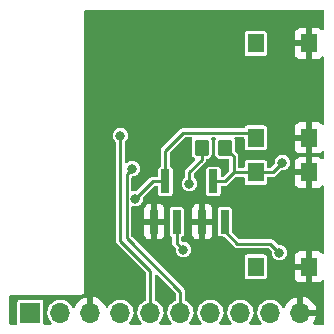
<source format=gbl>
G04 #@! TF.GenerationSoftware,KiCad,Pcbnew,6.0.2+dfsg-1*
G04 #@! TF.CreationDate,2023-09-07T15:13:02+02:00*
G04 #@! TF.ProjectId,flipper_esp32,666c6970-7065-4725-9f65-737033322e6b,rev?*
G04 #@! TF.SameCoordinates,Original*
G04 #@! TF.FileFunction,Copper,L2,Bot*
G04 #@! TF.FilePolarity,Positive*
%FSLAX46Y46*%
G04 Gerber Fmt 4.6, Leading zero omitted, Abs format (unit mm)*
G04 Created by KiCad (PCBNEW 6.0.2+dfsg-1) date 2023-09-07 15:13:02*
%MOMM*%
%LPD*%
G01*
G04 APERTURE LIST*
G04 Aperture macros list*
%AMRoundRect*
0 Rectangle with rounded corners*
0 $1 Rounding radius*
0 $2 $3 $4 $5 $6 $7 $8 $9 X,Y pos of 4 corners*
0 Add a 4 corners polygon primitive as box body*
4,1,4,$2,$3,$4,$5,$6,$7,$8,$9,$2,$3,0*
0 Add four circle primitives for the rounded corners*
1,1,$1+$1,$2,$3*
1,1,$1+$1,$4,$5*
1,1,$1+$1,$6,$7*
1,1,$1+$1,$8,$9*
0 Add four rect primitives between the rounded corners*
20,1,$1+$1,$2,$3,$4,$5,0*
20,1,$1+$1,$4,$5,$6,$7,0*
20,1,$1+$1,$6,$7,$8,$9,0*
20,1,$1+$1,$8,$9,$2,$3,0*%
G04 Aperture macros list end*
G04 #@! TA.AperFunction,SMDPad,CuDef*
%ADD10R,1.400000X1.600000*%
G04 #@! TD*
G04 #@! TA.AperFunction,SMDPad,CuDef*
%ADD11RoundRect,0.250000X0.350000X0.450000X-0.350000X0.450000X-0.350000X-0.450000X0.350000X-0.450000X0*%
G04 #@! TD*
G04 #@! TA.AperFunction,SMDPad,CuDef*
%ADD12R,0.700000X2.000000*%
G04 #@! TD*
G04 #@! TA.AperFunction,ComponentPad*
%ADD13R,1.700000X1.700000*%
G04 #@! TD*
G04 #@! TA.AperFunction,ComponentPad*
%ADD14O,1.700000X1.700000*%
G04 #@! TD*
G04 #@! TA.AperFunction,ViaPad*
%ADD15C,0.800000*%
G04 #@! TD*
G04 #@! TA.AperFunction,Conductor*
%ADD16C,0.250000*%
G04 #@! TD*
G04 APERTURE END LIST*
D10*
X149824000Y-113474000D03*
X149824000Y-105474000D03*
X145324000Y-113474000D03*
X145324000Y-105474000D03*
X149824000Y-124396000D03*
X149824000Y-116396000D03*
X145324000Y-124396000D03*
X145324000Y-116396000D03*
D11*
X140732000Y-114300000D03*
X142732000Y-114300000D03*
D12*
X141732000Y-117172000D03*
X140782000Y-120572000D03*
X142682000Y-120572000D03*
X138618000Y-120572000D03*
X136718000Y-120572000D03*
X137668000Y-117172000D03*
D13*
X126238000Y-128270000D03*
D14*
X128778000Y-128270000D03*
X131318000Y-128270000D03*
X133858000Y-128270000D03*
X136398000Y-128270000D03*
X138938000Y-128270000D03*
X141478000Y-128270000D03*
X144018000Y-128270000D03*
X146558000Y-128270000D03*
X149098000Y-128270000D03*
D15*
X150530000Y-103566000D03*
X138259500Y-106171574D03*
X137398157Y-109914001D03*
X139949057Y-109914000D03*
X142513516Y-109956190D03*
X143421032Y-112050500D03*
X145929661Y-111819500D03*
X146594500Y-110176313D03*
X146594500Y-107607487D03*
X144765458Y-107128500D03*
X143088755Y-105872885D03*
X140526789Y-105870722D03*
X136111559Y-113635131D03*
X136133106Y-110711374D03*
X136115016Y-116266710D03*
X140565321Y-118446308D03*
X138941028Y-118353546D03*
X131542467Y-106114823D03*
X131410000Y-108657055D03*
X131962529Y-118914001D03*
X132878500Y-116892661D03*
X131973525Y-114546604D03*
X131862500Y-111870443D03*
X133066082Y-109642696D03*
X134987248Y-107721530D03*
X134176789Y-105870722D03*
X143524801Y-117702421D03*
X144045048Y-119167500D03*
X146893519Y-119171632D03*
X147772288Y-117190598D03*
X150009053Y-119912162D03*
X150530000Y-122488000D03*
X136716789Y-122870722D03*
X131636156Y-125627845D03*
X131439374Y-123088894D03*
X146633220Y-125802276D03*
X145333358Y-127077435D03*
X149056348Y-126303598D03*
X148028216Y-124251761D03*
X142753107Y-126564444D03*
X140457620Y-126762839D03*
X137941819Y-126881041D03*
X135418500Y-126869303D03*
X139700000Y-117348000D03*
X134874000Y-116078000D03*
X133858000Y-113284000D03*
X147574000Y-115570000D03*
X135128000Y-118618000D03*
X139192000Y-122936000D03*
X147320000Y-123190000D03*
D16*
X139700000Y-116364000D02*
X139700000Y-117348000D01*
X140732000Y-115332000D02*
X139700000Y-116364000D01*
X140732000Y-114300000D02*
X140732000Y-115332000D01*
X134403489Y-121957489D02*
X138938000Y-126492000D01*
X134874000Y-116078000D02*
X134403489Y-116548511D01*
X134403489Y-116548511D02*
X134403489Y-121957489D01*
X138938000Y-126492000D02*
X138938000Y-128270000D01*
X133858000Y-113284000D02*
X133858000Y-122174000D01*
X133858000Y-122174000D02*
X136398000Y-124714000D01*
X136398000Y-124714000D02*
X136398000Y-128270000D01*
X146748000Y-116396000D02*
X147574000Y-115570000D01*
X145324000Y-116396000D02*
X146748000Y-116396000D01*
X142732000Y-114300000D02*
X143446000Y-115014000D01*
X143446000Y-115014000D02*
X143446000Y-116396000D01*
X141732000Y-117172000D02*
X142670000Y-117172000D01*
X142670000Y-117172000D02*
X143446000Y-116396000D01*
X143446000Y-116396000D02*
X145324000Y-116396000D01*
X145324000Y-113474000D02*
X144880000Y-113030000D01*
X139192000Y-113030000D02*
X137668000Y-114554000D01*
X144880000Y-113030000D02*
X139192000Y-113030000D01*
X137668000Y-114554000D02*
X137668000Y-117172000D01*
X135128000Y-118618000D02*
X136574000Y-117172000D01*
X136574000Y-117172000D02*
X137668000Y-117172000D01*
X139192000Y-122936000D02*
X138618000Y-122362000D01*
X138618000Y-122362000D02*
X138618000Y-120572000D01*
X146558000Y-122428000D02*
X143764000Y-122428000D01*
X147320000Y-123190000D02*
X146558000Y-122428000D01*
X143764000Y-122428000D02*
X142682000Y-121346000D01*
X142682000Y-121346000D02*
X142682000Y-120572000D01*
G04 #@! TA.AperFunction,Conductor*
G36*
X151072121Y-102636002D02*
G01*
X151118614Y-102689658D01*
X151130000Y-102742000D01*
X151130000Y-104257240D01*
X151109998Y-104325361D01*
X151056342Y-104371854D01*
X150986068Y-104381958D01*
X150921488Y-104352464D01*
X150903174Y-104332805D01*
X150892285Y-104318276D01*
X150879724Y-104305715D01*
X150777649Y-104229214D01*
X150762054Y-104220676D01*
X150641606Y-104175522D01*
X150626351Y-104171895D01*
X150575486Y-104166369D01*
X150568672Y-104166000D01*
X150096115Y-104166000D01*
X150080876Y-104170475D01*
X150079671Y-104171865D01*
X150078000Y-104179548D01*
X150078000Y-106763884D01*
X150082475Y-106779123D01*
X150083865Y-106780328D01*
X150091548Y-106781999D01*
X150568669Y-106781999D01*
X150575490Y-106781629D01*
X150626352Y-106776105D01*
X150641604Y-106772479D01*
X150762054Y-106727324D01*
X150777649Y-106718786D01*
X150879724Y-106642285D01*
X150892285Y-106629724D01*
X150903174Y-106615195D01*
X150960033Y-106572680D01*
X151030852Y-106567654D01*
X151093145Y-106601714D01*
X151127135Y-106664045D01*
X151130000Y-106690760D01*
X151130000Y-112257240D01*
X151109998Y-112325361D01*
X151056342Y-112371854D01*
X150986068Y-112381958D01*
X150921488Y-112352464D01*
X150903174Y-112332805D01*
X150892285Y-112318276D01*
X150879724Y-112305715D01*
X150777649Y-112229214D01*
X150762054Y-112220676D01*
X150641606Y-112175522D01*
X150626351Y-112171895D01*
X150575486Y-112166369D01*
X150568672Y-112166000D01*
X150096115Y-112166000D01*
X150080876Y-112170475D01*
X150079671Y-112171865D01*
X150078000Y-112179548D01*
X150078000Y-114763884D01*
X150082475Y-114779123D01*
X150083865Y-114780328D01*
X150091548Y-114781999D01*
X150568669Y-114781999D01*
X150575490Y-114781629D01*
X150626352Y-114776105D01*
X150641604Y-114772479D01*
X150762054Y-114727324D01*
X150777649Y-114718786D01*
X150879724Y-114642285D01*
X150892285Y-114629724D01*
X150903174Y-114615195D01*
X150960033Y-114572680D01*
X151030852Y-114567654D01*
X151093145Y-114601714D01*
X151127135Y-114664045D01*
X151130000Y-114690760D01*
X151130000Y-115179240D01*
X151109998Y-115247361D01*
X151056342Y-115293854D01*
X150986068Y-115303958D01*
X150921488Y-115274464D01*
X150903174Y-115254805D01*
X150892285Y-115240276D01*
X150879724Y-115227715D01*
X150777649Y-115151214D01*
X150762054Y-115142676D01*
X150641606Y-115097522D01*
X150626351Y-115093895D01*
X150575486Y-115088369D01*
X150568672Y-115088000D01*
X150096115Y-115088000D01*
X150080876Y-115092475D01*
X150079671Y-115093865D01*
X150078000Y-115101548D01*
X150078000Y-117685884D01*
X150082475Y-117701123D01*
X150083865Y-117702328D01*
X150091548Y-117703999D01*
X150568669Y-117703999D01*
X150575490Y-117703629D01*
X150626352Y-117698105D01*
X150641604Y-117694479D01*
X150762054Y-117649324D01*
X150777649Y-117640786D01*
X150879724Y-117564285D01*
X150892285Y-117551724D01*
X150903174Y-117537195D01*
X150960033Y-117494680D01*
X151030852Y-117489654D01*
X151093145Y-117523714D01*
X151127135Y-117586045D01*
X151130000Y-117612760D01*
X151130000Y-123179240D01*
X151109998Y-123247361D01*
X151056342Y-123293854D01*
X150986068Y-123303958D01*
X150921488Y-123274464D01*
X150903174Y-123254805D01*
X150892285Y-123240276D01*
X150879724Y-123227715D01*
X150777649Y-123151214D01*
X150762054Y-123142676D01*
X150641606Y-123097522D01*
X150626351Y-123093895D01*
X150575486Y-123088369D01*
X150568672Y-123088000D01*
X150096115Y-123088000D01*
X150080876Y-123092475D01*
X150079671Y-123093865D01*
X150078000Y-123101548D01*
X150078000Y-125685884D01*
X150082475Y-125701123D01*
X150083865Y-125702328D01*
X150091548Y-125703999D01*
X150568669Y-125703999D01*
X150575490Y-125703629D01*
X150626352Y-125698105D01*
X150641604Y-125694479D01*
X150762054Y-125649324D01*
X150777649Y-125640786D01*
X150879724Y-125564285D01*
X150892285Y-125551724D01*
X150903174Y-125537195D01*
X150960033Y-125494680D01*
X151030852Y-125489654D01*
X151093145Y-125523714D01*
X151127135Y-125586045D01*
X151130000Y-125612760D01*
X151130000Y-129160000D01*
X151109998Y-129228121D01*
X151056342Y-129274614D01*
X151004000Y-129286000D01*
X150285956Y-129286000D01*
X150217835Y-129265998D01*
X150171342Y-129212342D01*
X150161238Y-129142068D01*
X150183633Y-129086474D01*
X150263009Y-128976011D01*
X150268313Y-128967183D01*
X150362670Y-128776267D01*
X150366469Y-128766672D01*
X150428377Y-128562910D01*
X150430555Y-128552837D01*
X150431986Y-128541962D01*
X150429775Y-128527778D01*
X150416617Y-128524000D01*
X148970000Y-128524000D01*
X148901879Y-128503998D01*
X148855386Y-128450342D01*
X148844000Y-128398000D01*
X148844000Y-127997885D01*
X149352000Y-127997885D01*
X149356475Y-128013124D01*
X149357865Y-128014329D01*
X149365548Y-128016000D01*
X150416344Y-128016000D01*
X150429875Y-128012027D01*
X150431180Y-128002947D01*
X150389214Y-127835875D01*
X150385894Y-127826124D01*
X150300972Y-127630814D01*
X150296105Y-127621739D01*
X150180426Y-127442926D01*
X150174136Y-127434757D01*
X150030806Y-127277240D01*
X150023273Y-127270215D01*
X149856139Y-127138222D01*
X149847552Y-127132517D01*
X149661117Y-127029599D01*
X149651705Y-127025369D01*
X149450959Y-126954280D01*
X149440988Y-126951646D01*
X149369837Y-126938972D01*
X149356540Y-126940432D01*
X149352000Y-126954989D01*
X149352000Y-127997885D01*
X148844000Y-127997885D01*
X148844000Y-126953102D01*
X148840082Y-126939758D01*
X148825806Y-126937771D01*
X148787324Y-126943660D01*
X148777288Y-126946051D01*
X148574868Y-127012212D01*
X148565359Y-127016209D01*
X148376463Y-127114542D01*
X148367738Y-127120036D01*
X148197433Y-127247905D01*
X148189726Y-127254748D01*
X148042590Y-127408717D01*
X148036104Y-127416727D01*
X147916098Y-127592649D01*
X147911000Y-127601623D01*
X147821338Y-127794783D01*
X147817777Y-127804464D01*
X147813291Y-127820640D01*
X147775813Y-127880939D01*
X147711684Y-127911403D01*
X147641266Y-127902360D01*
X147586915Y-127856682D01*
X147578867Y-127842698D01*
X147506331Y-127695609D01*
X147503776Y-127690428D01*
X147382320Y-127527779D01*
X147233258Y-127389987D01*
X147228375Y-127386906D01*
X147228371Y-127386903D01*
X147066464Y-127284748D01*
X147061581Y-127281667D01*
X146873039Y-127206446D01*
X146867379Y-127205320D01*
X146867375Y-127205319D01*
X146679613Y-127167971D01*
X146679610Y-127167971D01*
X146673946Y-127166844D01*
X146668171Y-127166768D01*
X146668167Y-127166768D01*
X146566793Y-127165441D01*
X146470971Y-127164187D01*
X146465274Y-127165166D01*
X146465273Y-127165166D01*
X146377397Y-127180266D01*
X146270910Y-127198564D01*
X146080463Y-127268824D01*
X145906010Y-127372612D01*
X145901670Y-127376418D01*
X145901666Y-127376421D01*
X145757733Y-127502648D01*
X145753392Y-127506455D01*
X145627720Y-127665869D01*
X145625031Y-127670980D01*
X145625029Y-127670983D01*
X145612073Y-127695609D01*
X145533203Y-127845515D01*
X145473007Y-128039378D01*
X145449148Y-128240964D01*
X145462424Y-128443522D01*
X145463845Y-128449118D01*
X145463846Y-128449123D01*
X145484119Y-128528945D01*
X145512392Y-128640269D01*
X145514809Y-128645512D01*
X145552010Y-128726208D01*
X145597377Y-128824616D01*
X145600710Y-128829332D01*
X145704372Y-128976011D01*
X145714533Y-128990389D01*
X145718675Y-128994424D01*
X145795996Y-129069746D01*
X145830834Y-129131607D01*
X145826697Y-129202483D01*
X145784898Y-129259871D01*
X145718709Y-129285550D01*
X145708075Y-129286000D01*
X144872357Y-129286000D01*
X144804236Y-129265998D01*
X144757743Y-129212342D01*
X144747639Y-129142068D01*
X144777133Y-129077488D01*
X144791788Y-129063126D01*
X144797908Y-129058036D01*
X144797913Y-129058031D01*
X144802345Y-129054345D01*
X144932147Y-128898276D01*
X145031334Y-128721165D01*
X145033190Y-128715698D01*
X145033192Y-128715693D01*
X145094728Y-128534414D01*
X145094729Y-128534409D01*
X145096584Y-128528945D01*
X145097412Y-128523236D01*
X145097413Y-128523231D01*
X145125179Y-128331727D01*
X145125712Y-128328053D01*
X145127232Y-128270000D01*
X145108658Y-128067859D01*
X145107090Y-128062299D01*
X145055125Y-127878046D01*
X145055124Y-127878044D01*
X145053557Y-127872487D01*
X145042978Y-127851033D01*
X144966331Y-127695609D01*
X144963776Y-127690428D01*
X144842320Y-127527779D01*
X144693258Y-127389987D01*
X144688375Y-127386906D01*
X144688371Y-127386903D01*
X144526464Y-127284748D01*
X144521581Y-127281667D01*
X144333039Y-127206446D01*
X144327379Y-127205320D01*
X144327375Y-127205319D01*
X144139613Y-127167971D01*
X144139610Y-127167971D01*
X144133946Y-127166844D01*
X144128171Y-127166768D01*
X144128167Y-127166768D01*
X144026793Y-127165441D01*
X143930971Y-127164187D01*
X143925274Y-127165166D01*
X143925273Y-127165166D01*
X143837397Y-127180266D01*
X143730910Y-127198564D01*
X143540463Y-127268824D01*
X143366010Y-127372612D01*
X143361670Y-127376418D01*
X143361666Y-127376421D01*
X143217733Y-127502648D01*
X143213392Y-127506455D01*
X143087720Y-127665869D01*
X143085031Y-127670980D01*
X143085029Y-127670983D01*
X143072073Y-127695609D01*
X142993203Y-127845515D01*
X142933007Y-128039378D01*
X142909148Y-128240964D01*
X142922424Y-128443522D01*
X142923845Y-128449118D01*
X142923846Y-128449123D01*
X142944119Y-128528945D01*
X142972392Y-128640269D01*
X142974809Y-128645512D01*
X143012010Y-128726208D01*
X143057377Y-128824616D01*
X143060710Y-128829332D01*
X143164372Y-128976011D01*
X143174533Y-128990389D01*
X143178675Y-128994424D01*
X143255996Y-129069746D01*
X143290834Y-129131607D01*
X143286697Y-129202483D01*
X143244898Y-129259871D01*
X143178709Y-129285550D01*
X143168075Y-129286000D01*
X142332357Y-129286000D01*
X142264236Y-129265998D01*
X142217743Y-129212342D01*
X142207639Y-129142068D01*
X142237133Y-129077488D01*
X142251788Y-129063126D01*
X142257908Y-129058036D01*
X142257913Y-129058031D01*
X142262345Y-129054345D01*
X142392147Y-128898276D01*
X142491334Y-128721165D01*
X142493190Y-128715698D01*
X142493192Y-128715693D01*
X142554728Y-128534414D01*
X142554729Y-128534409D01*
X142556584Y-128528945D01*
X142557412Y-128523236D01*
X142557413Y-128523231D01*
X142585179Y-128331727D01*
X142585712Y-128328053D01*
X142587232Y-128270000D01*
X142568658Y-128067859D01*
X142567090Y-128062299D01*
X142515125Y-127878046D01*
X142515124Y-127878044D01*
X142513557Y-127872487D01*
X142502978Y-127851033D01*
X142426331Y-127695609D01*
X142423776Y-127690428D01*
X142302320Y-127527779D01*
X142153258Y-127389987D01*
X142148375Y-127386906D01*
X142148371Y-127386903D01*
X141986464Y-127284748D01*
X141981581Y-127281667D01*
X141793039Y-127206446D01*
X141787379Y-127205320D01*
X141787375Y-127205319D01*
X141599613Y-127167971D01*
X141599610Y-127167971D01*
X141593946Y-127166844D01*
X141588171Y-127166768D01*
X141588167Y-127166768D01*
X141486793Y-127165441D01*
X141390971Y-127164187D01*
X141385274Y-127165166D01*
X141385273Y-127165166D01*
X141297397Y-127180266D01*
X141190910Y-127198564D01*
X141000463Y-127268824D01*
X140826010Y-127372612D01*
X140821670Y-127376418D01*
X140821666Y-127376421D01*
X140677733Y-127502648D01*
X140673392Y-127506455D01*
X140547720Y-127665869D01*
X140545031Y-127670980D01*
X140545029Y-127670983D01*
X140532073Y-127695609D01*
X140453203Y-127845515D01*
X140393007Y-128039378D01*
X140369148Y-128240964D01*
X140382424Y-128443522D01*
X140383845Y-128449118D01*
X140383846Y-128449123D01*
X140404119Y-128528945D01*
X140432392Y-128640269D01*
X140434809Y-128645512D01*
X140472010Y-128726208D01*
X140517377Y-128824616D01*
X140520710Y-128829332D01*
X140624372Y-128976011D01*
X140634533Y-128990389D01*
X140638675Y-128994424D01*
X140715996Y-129069746D01*
X140750834Y-129131607D01*
X140746697Y-129202483D01*
X140704898Y-129259871D01*
X140638709Y-129285550D01*
X140628075Y-129286000D01*
X139792357Y-129286000D01*
X139724236Y-129265998D01*
X139677743Y-129212342D01*
X139667639Y-129142068D01*
X139697133Y-129077488D01*
X139711788Y-129063126D01*
X139717908Y-129058036D01*
X139717913Y-129058031D01*
X139722345Y-129054345D01*
X139852147Y-128898276D01*
X139951334Y-128721165D01*
X139953190Y-128715698D01*
X139953192Y-128715693D01*
X140014728Y-128534414D01*
X140014729Y-128534409D01*
X140016584Y-128528945D01*
X140017412Y-128523236D01*
X140017413Y-128523231D01*
X140045179Y-128331727D01*
X140045712Y-128328053D01*
X140047232Y-128270000D01*
X140028658Y-128067859D01*
X140027090Y-128062299D01*
X139975125Y-127878046D01*
X139975124Y-127878044D01*
X139973557Y-127872487D01*
X139962978Y-127851033D01*
X139886331Y-127695609D01*
X139883776Y-127690428D01*
X139762320Y-127527779D01*
X139613258Y-127389987D01*
X139608375Y-127386906D01*
X139608371Y-127386903D01*
X139446464Y-127284748D01*
X139441581Y-127281667D01*
X139396810Y-127263805D01*
X139340951Y-127219985D01*
X139317500Y-127146775D01*
X139317500Y-126545920D01*
X139320049Y-126521972D01*
X139320128Y-126520307D01*
X139322320Y-126510124D01*
X139318373Y-126476777D01*
X139318023Y-126470846D01*
X139317928Y-126470854D01*
X139317500Y-126465676D01*
X139317500Y-126460476D01*
X139316518Y-126454575D01*
X139314331Y-126441435D01*
X139313494Y-126435557D01*
X139308694Y-126394999D01*
X139308694Y-126394998D01*
X139307470Y-126384659D01*
X139303507Y-126376407D01*
X139302004Y-126367374D01*
X139277665Y-126322266D01*
X139274969Y-126316975D01*
X139256215Y-126277918D01*
X139256212Y-126277914D01*
X139252781Y-126270768D01*
X139249186Y-126266492D01*
X139247263Y-126264569D01*
X139245491Y-126262637D01*
X139245448Y-126262558D01*
X139245572Y-126262445D01*
X139245096Y-126261905D01*
X139242010Y-126256186D01*
X139202413Y-126219583D01*
X139198848Y-126216154D01*
X134819894Y-121837200D01*
X134785868Y-121774888D01*
X134782989Y-121748105D01*
X134782989Y-121616669D01*
X135860001Y-121616669D01*
X135860371Y-121623490D01*
X135865895Y-121674352D01*
X135869521Y-121689604D01*
X135914676Y-121810054D01*
X135923214Y-121825649D01*
X135999715Y-121927724D01*
X136012276Y-121940285D01*
X136114351Y-122016786D01*
X136129946Y-122025324D01*
X136250394Y-122070478D01*
X136265649Y-122074105D01*
X136316514Y-122079631D01*
X136323328Y-122080000D01*
X136445885Y-122080000D01*
X136461124Y-122075525D01*
X136462329Y-122074135D01*
X136464000Y-122066452D01*
X136464000Y-122061884D01*
X136972000Y-122061884D01*
X136976475Y-122077123D01*
X136977865Y-122078328D01*
X136985548Y-122079999D01*
X137112669Y-122079999D01*
X137119490Y-122079629D01*
X137170352Y-122074105D01*
X137185604Y-122070479D01*
X137306054Y-122025324D01*
X137321649Y-122016786D01*
X137423724Y-121940285D01*
X137436285Y-121927724D01*
X137512786Y-121825649D01*
X137521324Y-121810054D01*
X137566478Y-121689606D01*
X137570105Y-121674351D01*
X137575631Y-121623486D01*
X137576000Y-121616672D01*
X137576000Y-120844115D01*
X137571525Y-120828876D01*
X137570135Y-120827671D01*
X137562452Y-120826000D01*
X136990115Y-120826000D01*
X136974876Y-120830475D01*
X136973671Y-120831865D01*
X136972000Y-120839548D01*
X136972000Y-122061884D01*
X136464000Y-122061884D01*
X136464000Y-120844115D01*
X136459525Y-120828876D01*
X136458135Y-120827671D01*
X136450452Y-120826000D01*
X135878116Y-120826000D01*
X135862877Y-120830475D01*
X135861672Y-120831865D01*
X135860001Y-120839548D01*
X135860001Y-121616669D01*
X134782989Y-121616669D01*
X134782989Y-120299885D01*
X135860000Y-120299885D01*
X135864475Y-120315124D01*
X135865865Y-120316329D01*
X135873548Y-120318000D01*
X136445885Y-120318000D01*
X136461124Y-120313525D01*
X136462329Y-120312135D01*
X136464000Y-120304452D01*
X136464000Y-120299885D01*
X136972000Y-120299885D01*
X136976475Y-120315124D01*
X136977865Y-120316329D01*
X136985548Y-120318000D01*
X137557884Y-120318000D01*
X137573123Y-120313525D01*
X137574328Y-120312135D01*
X137575999Y-120304452D01*
X137575999Y-119546933D01*
X138013500Y-119546933D01*
X138013501Y-121597066D01*
X138028266Y-121671301D01*
X138084516Y-121755484D01*
X138165026Y-121809279D01*
X138165025Y-121809279D01*
X138168699Y-121811734D01*
X138168479Y-121812063D01*
X138215997Y-121850353D01*
X138238500Y-121922216D01*
X138238500Y-122308080D01*
X138235951Y-122332028D01*
X138235872Y-122333693D01*
X138233680Y-122343876D01*
X138234904Y-122354217D01*
X138237627Y-122377223D01*
X138237977Y-122383154D01*
X138238072Y-122383146D01*
X138238500Y-122388324D01*
X138238500Y-122393524D01*
X138239354Y-122398653D01*
X138239354Y-122398656D01*
X138241669Y-122412565D01*
X138242506Y-122418443D01*
X138246014Y-122448079D01*
X138248530Y-122469341D01*
X138252493Y-122477593D01*
X138253996Y-122486626D01*
X138258943Y-122495795D01*
X138258944Y-122495797D01*
X138278334Y-122531732D01*
X138281031Y-122537025D01*
X138299785Y-122576082D01*
X138299788Y-122576086D01*
X138303219Y-122583232D01*
X138306814Y-122587508D01*
X138308737Y-122589431D01*
X138310509Y-122591363D01*
X138310552Y-122591442D01*
X138310428Y-122591555D01*
X138310904Y-122592095D01*
X138313990Y-122597814D01*
X138321635Y-122604881D01*
X138353586Y-122634416D01*
X138357152Y-122637846D01*
X138502249Y-122782943D01*
X138536275Y-122845255D01*
X138538076Y-122888482D01*
X138532729Y-122929096D01*
X138550113Y-123086553D01*
X138552723Y-123093684D01*
X138552723Y-123093686D01*
X138589482Y-123194134D01*
X138604553Y-123235319D01*
X138608789Y-123241622D01*
X138608789Y-123241623D01*
X138684199Y-123353844D01*
X138692908Y-123366805D01*
X138698527Y-123371918D01*
X138698528Y-123371919D01*
X138743144Y-123412516D01*
X138810076Y-123473419D01*
X138949293Y-123549008D01*
X139102522Y-123589207D01*
X139186477Y-123590526D01*
X139253319Y-123591576D01*
X139253322Y-123591576D01*
X139260916Y-123591695D01*
X139351568Y-123570933D01*
X144369500Y-123570933D01*
X144369501Y-125221066D01*
X144384266Y-125295301D01*
X144440516Y-125379484D01*
X144524699Y-125435734D01*
X144598933Y-125450500D01*
X145323882Y-125450500D01*
X146049066Y-125450499D01*
X146084818Y-125443388D01*
X146111126Y-125438156D01*
X146111128Y-125438155D01*
X146123301Y-125435734D01*
X146133621Y-125428839D01*
X146133622Y-125428838D01*
X146197168Y-125386377D01*
X146207484Y-125379484D01*
X146263734Y-125295301D01*
X146274601Y-125240669D01*
X148616001Y-125240669D01*
X148616371Y-125247490D01*
X148621895Y-125298352D01*
X148625521Y-125313604D01*
X148670676Y-125434054D01*
X148679214Y-125449649D01*
X148755715Y-125551724D01*
X148768276Y-125564285D01*
X148870351Y-125640786D01*
X148885946Y-125649324D01*
X149006394Y-125694478D01*
X149021649Y-125698105D01*
X149072514Y-125703631D01*
X149079328Y-125704000D01*
X149551885Y-125704000D01*
X149567124Y-125699525D01*
X149568329Y-125698135D01*
X149570000Y-125690452D01*
X149570000Y-124668115D01*
X149565525Y-124652876D01*
X149564135Y-124651671D01*
X149556452Y-124650000D01*
X148634116Y-124650000D01*
X148618877Y-124654475D01*
X148617672Y-124655865D01*
X148616001Y-124663548D01*
X148616001Y-125240669D01*
X146274601Y-125240669D01*
X146278500Y-125221067D01*
X146278499Y-124123885D01*
X148616000Y-124123885D01*
X148620475Y-124139124D01*
X148621865Y-124140329D01*
X148629548Y-124142000D01*
X149551885Y-124142000D01*
X149567124Y-124137525D01*
X149568329Y-124136135D01*
X149570000Y-124128452D01*
X149570000Y-123106116D01*
X149565525Y-123090877D01*
X149564135Y-123089672D01*
X149556452Y-123088001D01*
X149079331Y-123088001D01*
X149072510Y-123088371D01*
X149021648Y-123093895D01*
X149006396Y-123097521D01*
X148885946Y-123142676D01*
X148870351Y-123151214D01*
X148768276Y-123227715D01*
X148755715Y-123240276D01*
X148679214Y-123342351D01*
X148670676Y-123357946D01*
X148625522Y-123478394D01*
X148621895Y-123493649D01*
X148616369Y-123544514D01*
X148616000Y-123551328D01*
X148616000Y-124123885D01*
X146278499Y-124123885D01*
X146278499Y-123570934D01*
X146263734Y-123496699D01*
X146250600Y-123477042D01*
X146214377Y-123422832D01*
X146207484Y-123412516D01*
X146146727Y-123371919D01*
X146133620Y-123363161D01*
X146123301Y-123356266D01*
X146049067Y-123341500D01*
X145324118Y-123341500D01*
X144598934Y-123341501D01*
X144563182Y-123348612D01*
X144536874Y-123353844D01*
X144536872Y-123353845D01*
X144524699Y-123356266D01*
X144514379Y-123363161D01*
X144514378Y-123363162D01*
X144453985Y-123403516D01*
X144440516Y-123412516D01*
X144384266Y-123496699D01*
X144369500Y-123570933D01*
X139351568Y-123570933D01*
X139415332Y-123556329D01*
X139512172Y-123507624D01*
X139550072Y-123488563D01*
X139550075Y-123488561D01*
X139556855Y-123485151D01*
X139562626Y-123480222D01*
X139562629Y-123480220D01*
X139671536Y-123387204D01*
X139671536Y-123387203D01*
X139677314Y-123382269D01*
X139769755Y-123253624D01*
X139828842Y-123106641D01*
X139851162Y-122949807D01*
X139851307Y-122936000D01*
X139849561Y-122921567D01*
X139845557Y-122888485D01*
X139832276Y-122778733D01*
X139776280Y-122630546D01*
X139716306Y-122543283D01*
X139690855Y-122506251D01*
X139690854Y-122506249D01*
X139686553Y-122499992D01*
X139568275Y-122394611D01*
X139546622Y-122383146D01*
X139434988Y-122324039D01*
X139434989Y-122324039D01*
X139428274Y-122320484D01*
X139274633Y-122281892D01*
X139267034Y-122281852D01*
X139267033Y-122281852D01*
X139206626Y-122281536D01*
X139125335Y-122281110D01*
X139057321Y-122260752D01*
X139036901Y-122244207D01*
X139034405Y-122241711D01*
X139000379Y-122179399D01*
X138997500Y-122152616D01*
X138997500Y-121922216D01*
X139017502Y-121854095D01*
X139067620Y-121812212D01*
X139067301Y-121811734D01*
X139071744Y-121808765D01*
X139151484Y-121755484D01*
X139207734Y-121671301D01*
X139218601Y-121616669D01*
X139924001Y-121616669D01*
X139924371Y-121623490D01*
X139929895Y-121674352D01*
X139933521Y-121689604D01*
X139978676Y-121810054D01*
X139987214Y-121825649D01*
X140063715Y-121927724D01*
X140076276Y-121940285D01*
X140178351Y-122016786D01*
X140193946Y-122025324D01*
X140314394Y-122070478D01*
X140329649Y-122074105D01*
X140380514Y-122079631D01*
X140387328Y-122080000D01*
X140509885Y-122080000D01*
X140525124Y-122075525D01*
X140526329Y-122074135D01*
X140528000Y-122066452D01*
X140528000Y-122061884D01*
X141036000Y-122061884D01*
X141040475Y-122077123D01*
X141041865Y-122078328D01*
X141049548Y-122079999D01*
X141176669Y-122079999D01*
X141183490Y-122079629D01*
X141234352Y-122074105D01*
X141249604Y-122070479D01*
X141370054Y-122025324D01*
X141385649Y-122016786D01*
X141487724Y-121940285D01*
X141500285Y-121927724D01*
X141576786Y-121825649D01*
X141585324Y-121810054D01*
X141630478Y-121689606D01*
X141634105Y-121674351D01*
X141639631Y-121623486D01*
X141640000Y-121616672D01*
X141640000Y-120844115D01*
X141635525Y-120828876D01*
X141634135Y-120827671D01*
X141626452Y-120826000D01*
X141054115Y-120826000D01*
X141038876Y-120830475D01*
X141037671Y-120831865D01*
X141036000Y-120839548D01*
X141036000Y-122061884D01*
X140528000Y-122061884D01*
X140528000Y-120844115D01*
X140523525Y-120828876D01*
X140522135Y-120827671D01*
X140514452Y-120826000D01*
X139942116Y-120826000D01*
X139926877Y-120830475D01*
X139925672Y-120831865D01*
X139924001Y-120839548D01*
X139924001Y-121616669D01*
X139218601Y-121616669D01*
X139222500Y-121597067D01*
X139222499Y-120299885D01*
X139924000Y-120299885D01*
X139928475Y-120315124D01*
X139929865Y-120316329D01*
X139937548Y-120318000D01*
X140509885Y-120318000D01*
X140525124Y-120313525D01*
X140526329Y-120312135D01*
X140528000Y-120304452D01*
X140528000Y-120299885D01*
X141036000Y-120299885D01*
X141040475Y-120315124D01*
X141041865Y-120316329D01*
X141049548Y-120318000D01*
X141621884Y-120318000D01*
X141637123Y-120313525D01*
X141638328Y-120312135D01*
X141639999Y-120304452D01*
X141639999Y-119546933D01*
X142077500Y-119546933D01*
X142077501Y-121597066D01*
X142092266Y-121671301D01*
X142148516Y-121755484D01*
X142232699Y-121811734D01*
X142306933Y-121826500D01*
X142573616Y-121826500D01*
X142641737Y-121846502D01*
X142662711Y-121863405D01*
X143457522Y-122658216D01*
X143472664Y-122676964D01*
X143473779Y-122678189D01*
X143479429Y-122686940D01*
X143487607Y-122693387D01*
X143487609Y-122693389D01*
X143505800Y-122707729D01*
X143510241Y-122711675D01*
X143510303Y-122711602D01*
X143514267Y-122714961D01*
X143517944Y-122718638D01*
X143533692Y-122729892D01*
X143538362Y-122733398D01*
X143578647Y-122765156D01*
X143587281Y-122768188D01*
X143594734Y-122773514D01*
X143643850Y-122788203D01*
X143649492Y-122790036D01*
X143690367Y-122804390D01*
X143697851Y-122807018D01*
X143703416Y-122807500D01*
X143706124Y-122807500D01*
X143708758Y-122807614D01*
X143708856Y-122807643D01*
X143708849Y-122807807D01*
X143709553Y-122807851D01*
X143715778Y-122809713D01*
X143769635Y-122807597D01*
X143774582Y-122807500D01*
X146348616Y-122807500D01*
X146416737Y-122827502D01*
X146437711Y-122844405D01*
X146630249Y-123036943D01*
X146664275Y-123099255D01*
X146666076Y-123142482D01*
X146660729Y-123183096D01*
X146665655Y-123227715D01*
X146674073Y-123303958D01*
X146678113Y-123340553D01*
X146680723Y-123347684D01*
X146680723Y-123347686D01*
X146724865Y-123468309D01*
X146732553Y-123489319D01*
X146736789Y-123495622D01*
X146736789Y-123495623D01*
X146783317Y-123564863D01*
X146820908Y-123620805D01*
X146826527Y-123625918D01*
X146826528Y-123625919D01*
X146837903Y-123636269D01*
X146938076Y-123727419D01*
X147077293Y-123803008D01*
X147230522Y-123843207D01*
X147314477Y-123844526D01*
X147381319Y-123845576D01*
X147381322Y-123845576D01*
X147388916Y-123845695D01*
X147543332Y-123810329D01*
X147613742Y-123774917D01*
X147678072Y-123742563D01*
X147678075Y-123742561D01*
X147684855Y-123739151D01*
X147690626Y-123734222D01*
X147690629Y-123734220D01*
X147799536Y-123641204D01*
X147799536Y-123641203D01*
X147805314Y-123636269D01*
X147897755Y-123507624D01*
X147956842Y-123360641D01*
X147979162Y-123203807D01*
X147979307Y-123190000D01*
X147977561Y-123175567D01*
X147970073Y-123113695D01*
X147960276Y-123032733D01*
X147904280Y-122884546D01*
X147865075Y-122827502D01*
X147818855Y-122760251D01*
X147818854Y-122760249D01*
X147814553Y-122753992D01*
X147696275Y-122648611D01*
X147675572Y-122637649D01*
X147604027Y-122599768D01*
X147556274Y-122574484D01*
X147402633Y-122535892D01*
X147395034Y-122535852D01*
X147395033Y-122535852D01*
X147334626Y-122535536D01*
X147253335Y-122535110D01*
X147185321Y-122514752D01*
X147164901Y-122498207D01*
X146864478Y-122197784D01*
X146849336Y-122179036D01*
X146848221Y-122177811D01*
X146842571Y-122169060D01*
X146834393Y-122162613D01*
X146834391Y-122162611D01*
X146816200Y-122148271D01*
X146811759Y-122144325D01*
X146811697Y-122144398D01*
X146807733Y-122141039D01*
X146804056Y-122137362D01*
X146788308Y-122126108D01*
X146783638Y-122122602D01*
X146743353Y-122090844D01*
X146734719Y-122087812D01*
X146727266Y-122082486D01*
X146678150Y-122067797D01*
X146672508Y-122065964D01*
X146631633Y-122051610D01*
X146631632Y-122051610D01*
X146624149Y-122048982D01*
X146618584Y-122048500D01*
X146615876Y-122048500D01*
X146613242Y-122048386D01*
X146613144Y-122048357D01*
X146613151Y-122048193D01*
X146612447Y-122048149D01*
X146606222Y-122046287D01*
X146552365Y-122048403D01*
X146547418Y-122048500D01*
X143973384Y-122048500D01*
X143905263Y-122028498D01*
X143884289Y-122011595D01*
X143323405Y-121450711D01*
X143289379Y-121388399D01*
X143286500Y-121361616D01*
X143286499Y-119553123D01*
X143286499Y-119546934D01*
X143271734Y-119472699D01*
X143215484Y-119388516D01*
X143131301Y-119332266D01*
X143057067Y-119317500D01*
X142682061Y-119317500D01*
X142306934Y-119317501D01*
X142271182Y-119324612D01*
X142244874Y-119329844D01*
X142244872Y-119329845D01*
X142232699Y-119332266D01*
X142222379Y-119339161D01*
X142222378Y-119339162D01*
X142179985Y-119367489D01*
X142148516Y-119388516D01*
X142092266Y-119472699D01*
X142077500Y-119546933D01*
X141639999Y-119546933D01*
X141639999Y-119527331D01*
X141639629Y-119520510D01*
X141634105Y-119469648D01*
X141630479Y-119454396D01*
X141585324Y-119333946D01*
X141576786Y-119318351D01*
X141500285Y-119216276D01*
X141487724Y-119203715D01*
X141385649Y-119127214D01*
X141370054Y-119118676D01*
X141249606Y-119073522D01*
X141234351Y-119069895D01*
X141183486Y-119064369D01*
X141176672Y-119064000D01*
X141054115Y-119064000D01*
X141038876Y-119068475D01*
X141037671Y-119069865D01*
X141036000Y-119077548D01*
X141036000Y-120299885D01*
X140528000Y-120299885D01*
X140528000Y-119082116D01*
X140523525Y-119066877D01*
X140522135Y-119065672D01*
X140514452Y-119064001D01*
X140387331Y-119064001D01*
X140380510Y-119064371D01*
X140329648Y-119069895D01*
X140314396Y-119073521D01*
X140193946Y-119118676D01*
X140178351Y-119127214D01*
X140076276Y-119203715D01*
X140063715Y-119216276D01*
X139987214Y-119318351D01*
X139978676Y-119333946D01*
X139933522Y-119454394D01*
X139929895Y-119469649D01*
X139924369Y-119520514D01*
X139924000Y-119527328D01*
X139924000Y-120299885D01*
X139222499Y-120299885D01*
X139222499Y-119546934D01*
X139207734Y-119472699D01*
X139151484Y-119388516D01*
X139067301Y-119332266D01*
X138993067Y-119317500D01*
X138618061Y-119317500D01*
X138242934Y-119317501D01*
X138207182Y-119324612D01*
X138180874Y-119329844D01*
X138180872Y-119329845D01*
X138168699Y-119332266D01*
X138158379Y-119339161D01*
X138158378Y-119339162D01*
X138115985Y-119367489D01*
X138084516Y-119388516D01*
X138028266Y-119472699D01*
X138013500Y-119546933D01*
X137575999Y-119546933D01*
X137575999Y-119527331D01*
X137575629Y-119520510D01*
X137570105Y-119469648D01*
X137566479Y-119454396D01*
X137521324Y-119333946D01*
X137512786Y-119318351D01*
X137436285Y-119216276D01*
X137423724Y-119203715D01*
X137321649Y-119127214D01*
X137306054Y-119118676D01*
X137185606Y-119073522D01*
X137170351Y-119069895D01*
X137119486Y-119064369D01*
X137112672Y-119064000D01*
X136990115Y-119064000D01*
X136974876Y-119068475D01*
X136973671Y-119069865D01*
X136972000Y-119077548D01*
X136972000Y-120299885D01*
X136464000Y-120299885D01*
X136464000Y-119082116D01*
X136459525Y-119066877D01*
X136458135Y-119065672D01*
X136450452Y-119064001D01*
X136323331Y-119064001D01*
X136316510Y-119064371D01*
X136265648Y-119069895D01*
X136250396Y-119073521D01*
X136129946Y-119118676D01*
X136114351Y-119127214D01*
X136012276Y-119203715D01*
X135999715Y-119216276D01*
X135923214Y-119318351D01*
X135914676Y-119333946D01*
X135869522Y-119454394D01*
X135865895Y-119469649D01*
X135860369Y-119520514D01*
X135860000Y-119527328D01*
X135860000Y-120299885D01*
X134782989Y-120299885D01*
X134782989Y-119367489D01*
X134802991Y-119299368D01*
X134856647Y-119252875D01*
X134926921Y-119242771D01*
X134940962Y-119245613D01*
X135031171Y-119269279D01*
X135031175Y-119269280D01*
X135038522Y-119271207D01*
X135122477Y-119272526D01*
X135189319Y-119273576D01*
X135189322Y-119273576D01*
X135196916Y-119273695D01*
X135351332Y-119238329D01*
X135421742Y-119202917D01*
X135486072Y-119170563D01*
X135486075Y-119170561D01*
X135492855Y-119167151D01*
X135498626Y-119162222D01*
X135498629Y-119162220D01*
X135607536Y-119069204D01*
X135607536Y-119069203D01*
X135613314Y-119064269D01*
X135705755Y-118935624D01*
X135764842Y-118788641D01*
X135787162Y-118631807D01*
X135787307Y-118618000D01*
X135781437Y-118569496D01*
X135793109Y-118499468D01*
X135817429Y-118465265D01*
X136694289Y-117588405D01*
X136756601Y-117554379D01*
X136783384Y-117551500D01*
X136937501Y-117551500D01*
X137005622Y-117571502D01*
X137052115Y-117625158D01*
X137063501Y-117677500D01*
X137063501Y-118197066D01*
X137078266Y-118271301D01*
X137134516Y-118355484D01*
X137218699Y-118411734D01*
X137292933Y-118426500D01*
X137667939Y-118426500D01*
X138043066Y-118426499D01*
X138078818Y-118419388D01*
X138105126Y-118414156D01*
X138105128Y-118414155D01*
X138117301Y-118411734D01*
X138127621Y-118404839D01*
X138127622Y-118404838D01*
X138191168Y-118362377D01*
X138201484Y-118355484D01*
X138257734Y-118271301D01*
X138272500Y-118197067D01*
X138272499Y-116146934D01*
X138262347Y-116095891D01*
X138260156Y-116084874D01*
X138260155Y-116084872D01*
X138257734Y-116072699D01*
X138201484Y-115988516D01*
X138117301Y-115932266D01*
X138117521Y-115931937D01*
X138070003Y-115893647D01*
X138047500Y-115821784D01*
X138047500Y-114763384D01*
X138067502Y-114695263D01*
X138084405Y-114674289D01*
X139312290Y-113446405D01*
X139374602Y-113412379D01*
X139401385Y-113409500D01*
X139830912Y-113409500D01*
X139899033Y-113429502D01*
X139945526Y-113483158D01*
X139955630Y-113553432D01*
X139941432Y-113596009D01*
X139940314Y-113598050D01*
X139934929Y-113605236D01*
X139931778Y-113613641D01*
X139931777Y-113613643D01*
X139893854Y-113714805D01*
X139884202Y-113740552D01*
X139877500Y-113802244D01*
X139877500Y-114797756D01*
X139884202Y-114859448D01*
X139886974Y-114866841D01*
X139886974Y-114866843D01*
X139896993Y-114893569D01*
X139934929Y-114994764D01*
X139940309Y-115001943D01*
X139940311Y-115001946D01*
X139989756Y-115067920D01*
X140021596Y-115110404D01*
X140131263Y-115192594D01*
X140173777Y-115249451D01*
X140178803Y-115320270D01*
X140144792Y-115382514D01*
X139469784Y-116057522D01*
X139451036Y-116072664D01*
X139449811Y-116073779D01*
X139441060Y-116079429D01*
X139434613Y-116087607D01*
X139434611Y-116087609D01*
X139420271Y-116105800D01*
X139416325Y-116110241D01*
X139416398Y-116110303D01*
X139413039Y-116114267D01*
X139409362Y-116117944D01*
X139398108Y-116133692D01*
X139394602Y-116138362D01*
X139362844Y-116178647D01*
X139359812Y-116187281D01*
X139354486Y-116194734D01*
X139351501Y-116204715D01*
X139339799Y-116243844D01*
X139337964Y-116249492D01*
X139320982Y-116297851D01*
X139320500Y-116303416D01*
X139320500Y-116306124D01*
X139320386Y-116308758D01*
X139320357Y-116308856D01*
X139320193Y-116308849D01*
X139320149Y-116309553D01*
X139318287Y-116315778D01*
X139318696Y-116326183D01*
X139320403Y-116369635D01*
X139320500Y-116374582D01*
X139320500Y-116753187D01*
X139300498Y-116821308D01*
X139277330Y-116848135D01*
X139210039Y-116906838D01*
X139118950Y-117036444D01*
X139061406Y-117184037D01*
X139060414Y-117191570D01*
X139060414Y-117191571D01*
X139048361Y-117283128D01*
X139040729Y-117341096D01*
X139044967Y-117379484D01*
X139057131Y-117489654D01*
X139058113Y-117498553D01*
X139060723Y-117505684D01*
X139060723Y-117505686D01*
X139090994Y-117588405D01*
X139112553Y-117647319D01*
X139116789Y-117653622D01*
X139116789Y-117653623D01*
X139149518Y-117702328D01*
X139200908Y-117778805D01*
X139206527Y-117783918D01*
X139206528Y-117783919D01*
X139312460Y-117880309D01*
X139318076Y-117885419D01*
X139457293Y-117961008D01*
X139610522Y-118001207D01*
X139694477Y-118002526D01*
X139761319Y-118003576D01*
X139761322Y-118003576D01*
X139768916Y-118003695D01*
X139923332Y-117968329D01*
X140005715Y-117926895D01*
X140058072Y-117900563D01*
X140058075Y-117900561D01*
X140064855Y-117897151D01*
X140070626Y-117892222D01*
X140070629Y-117892220D01*
X140179536Y-117799204D01*
X140179536Y-117799203D01*
X140185314Y-117794269D01*
X140277755Y-117665624D01*
X140336842Y-117518641D01*
X140348296Y-117438156D01*
X140358581Y-117365891D01*
X140358581Y-117365888D01*
X140359162Y-117361807D01*
X140359307Y-117348000D01*
X140340276Y-117190733D01*
X140284280Y-117042546D01*
X140194553Y-116911992D01*
X140121681Y-116847065D01*
X140084126Y-116786816D01*
X140079500Y-116752989D01*
X140079500Y-116573384D01*
X140099502Y-116505263D01*
X140116405Y-116484289D01*
X140962216Y-115638478D01*
X140980964Y-115623336D01*
X140982189Y-115622221D01*
X140990940Y-115616571D01*
X140997387Y-115608393D01*
X140997389Y-115608391D01*
X141011729Y-115590200D01*
X141015678Y-115585756D01*
X141015604Y-115585694D01*
X141018957Y-115581737D01*
X141022638Y-115578056D01*
X141033865Y-115562346D01*
X141037421Y-115557609D01*
X141038672Y-115556023D01*
X141069156Y-115517353D01*
X141072189Y-115508716D01*
X141077513Y-115501266D01*
X141092202Y-115452151D01*
X141094034Y-115446514D01*
X141108390Y-115405633D01*
X141108390Y-115405632D01*
X141111018Y-115398149D01*
X141111500Y-115392584D01*
X141111500Y-115389876D01*
X141111614Y-115387242D01*
X141111643Y-115387144D01*
X141111807Y-115387151D01*
X141111851Y-115386447D01*
X141113713Y-115380222D01*
X141113288Y-115369411D01*
X141113423Y-115368874D01*
X141114610Y-115359481D01*
X141115749Y-115359625D01*
X141130599Y-115300558D01*
X141182387Y-115251994D01*
X141194962Y-115246481D01*
X141245020Y-115227715D01*
X141326764Y-115197071D01*
X141333943Y-115191691D01*
X141333946Y-115191689D01*
X141435224Y-115115785D01*
X141435225Y-115115784D01*
X141442404Y-115110404D01*
X141474244Y-115067920D01*
X141523689Y-115001946D01*
X141523691Y-115001943D01*
X141529071Y-114994764D01*
X141567007Y-114893569D01*
X141577026Y-114866843D01*
X141577026Y-114866841D01*
X141579798Y-114859448D01*
X141586500Y-114797756D01*
X141586500Y-113802244D01*
X141579798Y-113740552D01*
X141570146Y-113714805D01*
X141532223Y-113613643D01*
X141532222Y-113613641D01*
X141529071Y-113605236D01*
X141523686Y-113598050D01*
X141522568Y-113596009D01*
X141507399Y-113526652D01*
X141532135Y-113460104D01*
X141588923Y-113417494D01*
X141633088Y-113409500D01*
X141830912Y-113409500D01*
X141899033Y-113429502D01*
X141945526Y-113483158D01*
X141955630Y-113553432D01*
X141941432Y-113596009D01*
X141940314Y-113598050D01*
X141934929Y-113605236D01*
X141931778Y-113613641D01*
X141931777Y-113613643D01*
X141893854Y-113714805D01*
X141884202Y-113740552D01*
X141877500Y-113802244D01*
X141877500Y-114797756D01*
X141884202Y-114859448D01*
X141886974Y-114866841D01*
X141886974Y-114866843D01*
X141896993Y-114893569D01*
X141934929Y-114994764D01*
X141940309Y-115001943D01*
X141940311Y-115001946D01*
X141989756Y-115067920D01*
X142021596Y-115110404D01*
X142028775Y-115115784D01*
X142028776Y-115115785D01*
X142130054Y-115191689D01*
X142130057Y-115191691D01*
X142137236Y-115197071D01*
X142218980Y-115227715D01*
X142265157Y-115245026D01*
X142265159Y-115245026D01*
X142272552Y-115247798D01*
X142280402Y-115248651D01*
X142280403Y-115248651D01*
X142311176Y-115251994D01*
X142334244Y-115254500D01*
X142940500Y-115254500D01*
X143008621Y-115274502D01*
X143055114Y-115328158D01*
X143066500Y-115380500D01*
X143066500Y-116186616D01*
X143046498Y-116254737D01*
X143029595Y-116275711D01*
X142551594Y-116753712D01*
X142489282Y-116787738D01*
X142418467Y-116782673D01*
X142361631Y-116740126D01*
X142336820Y-116673606D01*
X142336499Y-116664617D01*
X142336499Y-116146934D01*
X142326347Y-116095891D01*
X142324156Y-116084874D01*
X142324155Y-116084872D01*
X142321734Y-116072699D01*
X142265484Y-115988516D01*
X142181301Y-115932266D01*
X142107067Y-115917500D01*
X141732061Y-115917500D01*
X141356934Y-115917501D01*
X141321182Y-115924612D01*
X141294874Y-115929844D01*
X141294872Y-115929845D01*
X141282699Y-115932266D01*
X141272379Y-115939161D01*
X141272378Y-115939162D01*
X141266871Y-115942842D01*
X141198516Y-115988516D01*
X141142266Y-116072699D01*
X141127500Y-116146933D01*
X141127501Y-118197066D01*
X141142266Y-118271301D01*
X141198516Y-118355484D01*
X141282699Y-118411734D01*
X141356933Y-118426500D01*
X141731939Y-118426500D01*
X142107066Y-118426499D01*
X142142818Y-118419388D01*
X142169126Y-118414156D01*
X142169128Y-118414155D01*
X142181301Y-118411734D01*
X142191621Y-118404839D01*
X142191622Y-118404838D01*
X142255168Y-118362377D01*
X142265484Y-118355484D01*
X142321734Y-118271301D01*
X142336500Y-118197067D01*
X142336500Y-117677500D01*
X142356502Y-117609379D01*
X142410158Y-117562886D01*
X142462500Y-117551500D01*
X142616080Y-117551500D01*
X142640028Y-117554049D01*
X142641693Y-117554128D01*
X142651876Y-117556320D01*
X142662217Y-117555096D01*
X142685223Y-117552373D01*
X142691154Y-117552023D01*
X142691146Y-117551928D01*
X142696324Y-117551500D01*
X142701524Y-117551500D01*
X142706653Y-117550646D01*
X142706656Y-117550646D01*
X142720565Y-117548331D01*
X142726443Y-117547494D01*
X142767001Y-117542694D01*
X142767002Y-117542694D01*
X142777341Y-117541470D01*
X142785593Y-117537507D01*
X142794626Y-117536004D01*
X142803795Y-117531057D01*
X142803797Y-117531056D01*
X142839732Y-117511666D01*
X142845025Y-117508969D01*
X142884082Y-117490215D01*
X142884086Y-117490212D01*
X142891232Y-117486781D01*
X142895508Y-117483186D01*
X142897431Y-117481263D01*
X142899363Y-117479491D01*
X142899442Y-117479448D01*
X142899555Y-117479572D01*
X142900095Y-117479096D01*
X142905814Y-117476010D01*
X142942417Y-117436413D01*
X142945846Y-117432848D01*
X143566289Y-116812405D01*
X143628601Y-116778379D01*
X143655384Y-116775500D01*
X144243501Y-116775500D01*
X144311622Y-116795502D01*
X144358115Y-116849158D01*
X144369501Y-116901500D01*
X144369501Y-117221066D01*
X144384266Y-117295301D01*
X144391161Y-117305620D01*
X144391162Y-117305622D01*
X144416734Y-117343892D01*
X144440516Y-117379484D01*
X144524699Y-117435734D01*
X144598933Y-117450500D01*
X145323882Y-117450500D01*
X146049066Y-117450499D01*
X146084818Y-117443388D01*
X146111126Y-117438156D01*
X146111128Y-117438155D01*
X146123301Y-117435734D01*
X146133621Y-117428839D01*
X146133622Y-117428838D01*
X146197168Y-117386377D01*
X146207484Y-117379484D01*
X146263734Y-117295301D01*
X146274601Y-117240669D01*
X148616001Y-117240669D01*
X148616371Y-117247490D01*
X148621895Y-117298352D01*
X148625521Y-117313604D01*
X148670676Y-117434054D01*
X148679214Y-117449649D01*
X148755715Y-117551724D01*
X148768276Y-117564285D01*
X148870351Y-117640786D01*
X148885946Y-117649324D01*
X149006394Y-117694478D01*
X149021649Y-117698105D01*
X149072514Y-117703631D01*
X149079328Y-117704000D01*
X149551885Y-117704000D01*
X149567124Y-117699525D01*
X149568329Y-117698135D01*
X149570000Y-117690452D01*
X149570000Y-116668115D01*
X149565525Y-116652876D01*
X149564135Y-116651671D01*
X149556452Y-116650000D01*
X148634116Y-116650000D01*
X148618877Y-116654475D01*
X148617672Y-116655865D01*
X148616001Y-116663548D01*
X148616001Y-117240669D01*
X146274601Y-117240669D01*
X146278500Y-117221067D01*
X146278500Y-116901500D01*
X146298502Y-116833379D01*
X146352158Y-116786886D01*
X146404500Y-116775500D01*
X146694080Y-116775500D01*
X146718028Y-116778049D01*
X146719693Y-116778128D01*
X146729876Y-116780320D01*
X146740217Y-116779096D01*
X146763223Y-116776373D01*
X146769154Y-116776023D01*
X146769146Y-116775928D01*
X146774324Y-116775500D01*
X146779524Y-116775500D01*
X146784653Y-116774646D01*
X146784656Y-116774646D01*
X146798565Y-116772331D01*
X146804443Y-116771494D01*
X146845001Y-116766694D01*
X146845002Y-116766694D01*
X146855341Y-116765470D01*
X146863593Y-116761507D01*
X146872626Y-116760004D01*
X146881795Y-116755057D01*
X146881797Y-116755056D01*
X146917732Y-116735666D01*
X146923025Y-116732969D01*
X146962082Y-116714215D01*
X146962086Y-116714212D01*
X146969232Y-116710781D01*
X146973508Y-116707186D01*
X146975431Y-116705263D01*
X146977363Y-116703491D01*
X146977442Y-116703448D01*
X146977555Y-116703572D01*
X146978095Y-116703096D01*
X146983814Y-116700010D01*
X147020417Y-116660413D01*
X147023846Y-116656848D01*
X147420178Y-116260516D01*
X147482490Y-116226490D01*
X147511252Y-116223627D01*
X147635318Y-116225576D01*
X147635321Y-116225576D01*
X147642916Y-116225695D01*
X147797332Y-116190329D01*
X147883616Y-116146933D01*
X147929443Y-116123885D01*
X148616000Y-116123885D01*
X148620475Y-116139124D01*
X148621865Y-116140329D01*
X148629548Y-116142000D01*
X149551885Y-116142000D01*
X149567124Y-116137525D01*
X149568329Y-116136135D01*
X149570000Y-116128452D01*
X149570000Y-115106116D01*
X149565525Y-115090877D01*
X149564135Y-115089672D01*
X149556452Y-115088001D01*
X149079331Y-115088001D01*
X149072510Y-115088371D01*
X149021648Y-115093895D01*
X149006396Y-115097521D01*
X148885946Y-115142676D01*
X148870351Y-115151214D01*
X148768276Y-115227715D01*
X148755715Y-115240276D01*
X148679214Y-115342351D01*
X148670676Y-115357946D01*
X148625522Y-115478394D01*
X148621895Y-115493649D01*
X148616369Y-115544514D01*
X148616000Y-115551328D01*
X148616000Y-116123885D01*
X147929443Y-116123885D01*
X147932072Y-116122563D01*
X147932075Y-116122561D01*
X147938855Y-116119151D01*
X147944626Y-116114222D01*
X147944629Y-116114220D01*
X148053536Y-116021204D01*
X148053536Y-116021203D01*
X148059314Y-116016269D01*
X148151755Y-115887624D01*
X148210842Y-115740641D01*
X148224881Y-115641992D01*
X148232581Y-115587891D01*
X148232581Y-115587888D01*
X148233162Y-115583807D01*
X148233307Y-115570000D01*
X148231048Y-115551328D01*
X148223782Y-115491289D01*
X148214276Y-115412733D01*
X148158280Y-115264546D01*
X148099651Y-115179240D01*
X148072855Y-115140251D01*
X148072854Y-115140249D01*
X148068553Y-115133992D01*
X147950275Y-115028611D01*
X147942889Y-115024700D01*
X147816988Y-114958039D01*
X147816989Y-114958039D01*
X147810274Y-114954484D01*
X147656633Y-114915892D01*
X147649034Y-114915852D01*
X147649033Y-114915852D01*
X147583181Y-114915507D01*
X147498221Y-114915062D01*
X147490841Y-114916834D01*
X147490839Y-114916834D01*
X147351563Y-114950271D01*
X147351560Y-114950272D01*
X147344184Y-114952043D01*
X147203414Y-115024700D01*
X147084039Y-115128838D01*
X146992950Y-115258444D01*
X146975205Y-115303958D01*
X146942586Y-115387622D01*
X146935406Y-115406037D01*
X146934414Y-115413570D01*
X146934414Y-115413571D01*
X146917551Y-115541664D01*
X146914729Y-115563096D01*
X146917544Y-115588591D01*
X146920963Y-115619566D01*
X146908557Y-115689470D01*
X146884819Y-115722487D01*
X146627711Y-115979595D01*
X146565399Y-116013621D01*
X146538616Y-116016500D01*
X146404499Y-116016500D01*
X146336378Y-115996498D01*
X146289885Y-115942842D01*
X146278499Y-115890500D01*
X146278499Y-115570934D01*
X146267842Y-115517353D01*
X146266156Y-115508874D01*
X146266155Y-115508872D01*
X146263734Y-115496699D01*
X146243248Y-115466039D01*
X146214377Y-115422832D01*
X146207484Y-115412516D01*
X146123301Y-115356266D01*
X146049067Y-115341500D01*
X145324118Y-115341500D01*
X144598934Y-115341501D01*
X144563182Y-115348612D01*
X144536874Y-115353844D01*
X144536872Y-115353845D01*
X144524699Y-115356266D01*
X144514379Y-115363161D01*
X144514378Y-115363162D01*
X144478489Y-115387143D01*
X144440516Y-115412516D01*
X144384266Y-115496699D01*
X144369500Y-115570933D01*
X144369500Y-115890500D01*
X144349498Y-115958621D01*
X144295842Y-116005114D01*
X144243500Y-116016500D01*
X143951500Y-116016500D01*
X143883379Y-115996498D01*
X143836886Y-115942842D01*
X143825500Y-115890500D01*
X143825500Y-115067920D01*
X143828049Y-115043973D01*
X143828128Y-115042307D01*
X143830320Y-115032124D01*
X143829096Y-115021782D01*
X143829096Y-115021779D01*
X143826374Y-114998787D01*
X143826023Y-114992846D01*
X143825928Y-114992854D01*
X143825500Y-114987674D01*
X143825500Y-114982476D01*
X143822329Y-114963424D01*
X143821492Y-114957547D01*
X143816693Y-114916997D01*
X143816692Y-114916995D01*
X143815469Y-114906659D01*
X143811508Y-114898410D01*
X143810004Y-114889374D01*
X143805056Y-114880203D01*
X143785652Y-114844240D01*
X143782957Y-114838951D01*
X143764212Y-114799915D01*
X143760780Y-114792768D01*
X143757186Y-114788492D01*
X143755246Y-114786552D01*
X143753493Y-114784641D01*
X143753444Y-114784551D01*
X143753567Y-114784439D01*
X143753095Y-114783904D01*
X143750010Y-114778186D01*
X143710413Y-114741583D01*
X143706848Y-114738154D01*
X143623405Y-114654711D01*
X143589379Y-114592399D01*
X143586500Y-114565616D01*
X143586500Y-113802244D01*
X143579798Y-113740552D01*
X143570146Y-113714805D01*
X143532223Y-113613643D01*
X143532222Y-113613641D01*
X143529071Y-113605236D01*
X143523686Y-113598050D01*
X143522568Y-113596009D01*
X143507399Y-113526652D01*
X143532135Y-113460104D01*
X143588923Y-113417494D01*
X143633088Y-113409500D01*
X144243500Y-113409500D01*
X144311621Y-113429502D01*
X144358114Y-113483158D01*
X144369500Y-113535500D01*
X144369501Y-114247522D01*
X144369501Y-114299066D01*
X144375335Y-114328399D01*
X144381714Y-114360468D01*
X144384266Y-114373301D01*
X144391161Y-114383620D01*
X144391162Y-114383622D01*
X144424720Y-114433844D01*
X144440516Y-114457484D01*
X144524699Y-114513734D01*
X144598933Y-114528500D01*
X145323882Y-114528500D01*
X146049066Y-114528499D01*
X146084818Y-114521388D01*
X146111126Y-114516156D01*
X146111128Y-114516155D01*
X146123301Y-114513734D01*
X146133621Y-114506839D01*
X146133622Y-114506838D01*
X146197168Y-114464377D01*
X146207484Y-114457484D01*
X146263734Y-114373301D01*
X146274601Y-114318669D01*
X148616001Y-114318669D01*
X148616371Y-114325490D01*
X148621895Y-114376352D01*
X148625521Y-114391604D01*
X148670676Y-114512054D01*
X148679214Y-114527649D01*
X148755715Y-114629724D01*
X148768276Y-114642285D01*
X148870351Y-114718786D01*
X148885946Y-114727324D01*
X149006394Y-114772478D01*
X149021649Y-114776105D01*
X149072514Y-114781631D01*
X149079328Y-114782000D01*
X149551885Y-114782000D01*
X149567124Y-114777525D01*
X149568329Y-114776135D01*
X149570000Y-114768452D01*
X149570000Y-113746115D01*
X149565525Y-113730876D01*
X149564135Y-113729671D01*
X149556452Y-113728000D01*
X148634116Y-113728000D01*
X148618877Y-113732475D01*
X148617672Y-113733865D01*
X148616001Y-113741548D01*
X148616001Y-114318669D01*
X146274601Y-114318669D01*
X146278500Y-114299067D01*
X146278499Y-113201885D01*
X148616000Y-113201885D01*
X148620475Y-113217124D01*
X148621865Y-113218329D01*
X148629548Y-113220000D01*
X149551885Y-113220000D01*
X149567124Y-113215525D01*
X149568329Y-113214135D01*
X149570000Y-113206452D01*
X149570000Y-112184116D01*
X149565525Y-112168877D01*
X149564135Y-112167672D01*
X149556452Y-112166001D01*
X149079331Y-112166001D01*
X149072510Y-112166371D01*
X149021648Y-112171895D01*
X149006396Y-112175521D01*
X148885946Y-112220676D01*
X148870351Y-112229214D01*
X148768276Y-112305715D01*
X148755715Y-112318276D01*
X148679214Y-112420351D01*
X148670676Y-112435946D01*
X148625522Y-112556394D01*
X148621895Y-112571649D01*
X148616369Y-112622514D01*
X148616000Y-112629328D01*
X148616000Y-113201885D01*
X146278499Y-113201885D01*
X146278499Y-112648934D01*
X146263734Y-112574699D01*
X146207484Y-112490516D01*
X146123301Y-112434266D01*
X146049067Y-112419500D01*
X145324118Y-112419500D01*
X144598934Y-112419501D01*
X144563182Y-112426612D01*
X144536874Y-112431844D01*
X144536872Y-112431845D01*
X144524699Y-112434266D01*
X144514379Y-112441161D01*
X144514378Y-112441162D01*
X144453985Y-112481516D01*
X144440516Y-112490516D01*
X144384266Y-112574699D01*
X144383661Y-112577739D01*
X144343157Y-112628000D01*
X144271298Y-112650500D01*
X139245920Y-112650500D01*
X139221973Y-112647951D01*
X139220307Y-112647872D01*
X139210124Y-112645680D01*
X139199782Y-112646904D01*
X139199779Y-112646904D01*
X139176787Y-112649626D01*
X139170846Y-112649977D01*
X139170854Y-112650072D01*
X139165674Y-112650500D01*
X139160476Y-112650500D01*
X139155354Y-112651353D01*
X139155349Y-112651353D01*
X139141427Y-112653671D01*
X139135550Y-112654508D01*
X139130350Y-112655123D01*
X139094997Y-112659307D01*
X139094995Y-112659308D01*
X139084659Y-112660531D01*
X139076410Y-112664492D01*
X139067374Y-112665996D01*
X139058205Y-112670943D01*
X139058203Y-112670944D01*
X139022240Y-112690348D01*
X139016951Y-112693043D01*
X138977915Y-112711788D01*
X138970768Y-112715220D01*
X138966492Y-112718814D01*
X138964552Y-112720754D01*
X138962641Y-112722507D01*
X138962551Y-112722556D01*
X138962439Y-112722433D01*
X138961904Y-112722905D01*
X138956186Y-112725990D01*
X138949119Y-112733635D01*
X138919584Y-112765586D01*
X138916154Y-112769152D01*
X137437784Y-114247522D01*
X137419036Y-114262664D01*
X137417811Y-114263779D01*
X137409060Y-114269429D01*
X137402613Y-114277607D01*
X137402611Y-114277609D01*
X137388271Y-114295800D01*
X137384325Y-114300241D01*
X137384398Y-114300303D01*
X137381039Y-114304267D01*
X137377362Y-114307944D01*
X137366108Y-114323692D01*
X137362602Y-114328362D01*
X137330844Y-114368647D01*
X137327812Y-114377281D01*
X137322486Y-114384734D01*
X137319501Y-114394715D01*
X137307799Y-114433844D01*
X137305964Y-114439492D01*
X137299646Y-114457484D01*
X137288982Y-114487851D01*
X137288500Y-114493416D01*
X137288500Y-114496124D01*
X137288386Y-114498758D01*
X137288357Y-114498856D01*
X137288193Y-114498849D01*
X137288149Y-114499553D01*
X137286287Y-114505778D01*
X137286696Y-114516183D01*
X137288403Y-114559635D01*
X137288500Y-114564582D01*
X137288500Y-115821784D01*
X137268498Y-115889905D01*
X137218380Y-115931788D01*
X137218699Y-115932266D01*
X137134516Y-115988516D01*
X137078266Y-116072699D01*
X137063500Y-116146933D01*
X137063500Y-116666500D01*
X137043498Y-116734621D01*
X136989842Y-116781114D01*
X136937500Y-116792500D01*
X136627920Y-116792500D01*
X136603972Y-116789951D01*
X136602307Y-116789872D01*
X136592124Y-116787680D01*
X136581783Y-116788904D01*
X136558777Y-116791627D01*
X136552846Y-116791977D01*
X136552854Y-116792072D01*
X136547676Y-116792500D01*
X136542476Y-116792500D01*
X136537347Y-116793354D01*
X136537344Y-116793354D01*
X136523435Y-116795669D01*
X136517557Y-116796506D01*
X136476999Y-116801306D01*
X136476998Y-116801306D01*
X136466659Y-116802530D01*
X136458407Y-116806493D01*
X136449374Y-116807996D01*
X136440205Y-116812943D01*
X136440203Y-116812944D01*
X136404268Y-116832334D01*
X136398975Y-116835031D01*
X136359913Y-116853787D01*
X136359907Y-116853791D01*
X136352768Y-116857219D01*
X136348492Y-116860813D01*
X136346553Y-116862752D01*
X136344638Y-116864508D01*
X136344552Y-116864555D01*
X136344439Y-116864433D01*
X136343904Y-116864905D01*
X136338186Y-116867990D01*
X136331118Y-116875636D01*
X136331117Y-116875637D01*
X136301596Y-116907573D01*
X136298166Y-116911139D01*
X135282410Y-117926895D01*
X135220098Y-117960921D01*
X135192657Y-117963798D01*
X135052221Y-117963062D01*
X135044841Y-117964834D01*
X135044839Y-117964834D01*
X134938403Y-117990387D01*
X134867495Y-117986840D01*
X134809761Y-117945520D01*
X134783531Y-117879546D01*
X134782989Y-117867868D01*
X134782989Y-116859177D01*
X134802991Y-116791056D01*
X134856647Y-116744563D01*
X134910968Y-116733193D01*
X134919763Y-116733331D01*
X134935319Y-116733576D01*
X134935322Y-116733576D01*
X134942916Y-116733695D01*
X135097332Y-116698329D01*
X135190102Y-116651671D01*
X135232072Y-116630563D01*
X135232075Y-116630561D01*
X135238855Y-116627151D01*
X135244626Y-116622222D01*
X135244629Y-116622220D01*
X135353536Y-116529204D01*
X135353536Y-116529203D01*
X135359314Y-116524269D01*
X135451755Y-116395624D01*
X135510842Y-116248641D01*
X135526656Y-116137525D01*
X135532581Y-116095891D01*
X135532581Y-116095888D01*
X135533162Y-116091807D01*
X135533307Y-116078000D01*
X135514276Y-115920733D01*
X135458280Y-115772546D01*
X135368553Y-115641992D01*
X135250275Y-115536611D01*
X135242889Y-115532700D01*
X135157613Y-115487549D01*
X135110274Y-115462484D01*
X134956633Y-115423892D01*
X134949034Y-115423852D01*
X134949033Y-115423852D01*
X134883181Y-115423507D01*
X134798221Y-115423062D01*
X134790841Y-115424834D01*
X134790839Y-115424834D01*
X134651563Y-115458271D01*
X134651560Y-115458272D01*
X134644184Y-115460043D01*
X134503414Y-115532700D01*
X134452493Y-115577122D01*
X134446330Y-115582498D01*
X134381848Y-115612206D01*
X134311540Y-115602337D01*
X134257730Y-115556023D01*
X134237500Y-115487549D01*
X134237500Y-113878730D01*
X134257502Y-113810609D01*
X134281669Y-113782919D01*
X134337536Y-113735204D01*
X134343314Y-113730269D01*
X134435755Y-113601624D01*
X134494842Y-113454641D01*
X134517162Y-113297807D01*
X134517307Y-113284000D01*
X134498276Y-113126733D01*
X134442280Y-112978546D01*
X134352553Y-112847992D01*
X134234275Y-112742611D01*
X134226889Y-112738700D01*
X134100988Y-112672039D01*
X134100989Y-112672039D01*
X134094274Y-112668484D01*
X133940633Y-112629892D01*
X133933034Y-112629852D01*
X133933033Y-112629852D01*
X133867181Y-112629507D01*
X133782221Y-112629062D01*
X133774841Y-112630834D01*
X133774839Y-112630834D01*
X133635563Y-112664271D01*
X133635560Y-112664272D01*
X133628184Y-112666043D01*
X133487414Y-112738700D01*
X133368039Y-112842838D01*
X133276950Y-112972444D01*
X133219406Y-113120037D01*
X133218414Y-113127570D01*
X133218414Y-113127571D01*
X133206246Y-113220000D01*
X133198729Y-113277096D01*
X133207421Y-113355824D01*
X133214230Y-113417494D01*
X133216113Y-113434553D01*
X133218723Y-113441684D01*
X133218723Y-113441686D01*
X133236256Y-113489596D01*
X133270553Y-113583319D01*
X133274789Y-113589622D01*
X133274789Y-113589623D01*
X133285281Y-113605236D01*
X133358908Y-113714805D01*
X133364527Y-113719918D01*
X133364528Y-113719919D01*
X133437299Y-113786135D01*
X133474222Y-113846775D01*
X133478500Y-113879329D01*
X133478500Y-122120080D01*
X133475951Y-122144028D01*
X133475872Y-122145693D01*
X133473680Y-122155876D01*
X133474904Y-122166217D01*
X133477627Y-122189223D01*
X133477977Y-122195154D01*
X133478072Y-122195146D01*
X133478500Y-122200324D01*
X133478500Y-122205524D01*
X133479354Y-122210653D01*
X133479354Y-122210656D01*
X133481669Y-122224565D01*
X133482506Y-122230443D01*
X133488530Y-122281341D01*
X133492493Y-122289593D01*
X133493996Y-122298626D01*
X133498943Y-122307795D01*
X133498944Y-122307797D01*
X133518334Y-122343732D01*
X133521031Y-122349025D01*
X133539785Y-122388082D01*
X133539788Y-122388086D01*
X133543219Y-122395232D01*
X133546814Y-122399508D01*
X133548737Y-122401431D01*
X133550509Y-122403363D01*
X133550552Y-122403442D01*
X133550428Y-122403555D01*
X133550904Y-122404095D01*
X133553990Y-122409814D01*
X133561635Y-122416881D01*
X133593586Y-122446416D01*
X133597152Y-122449846D01*
X135981595Y-124834290D01*
X136015621Y-124896602D01*
X136018500Y-124923385D01*
X136018500Y-127144839D01*
X135998498Y-127212960D01*
X135944842Y-127259453D01*
X135936118Y-127263049D01*
X135920463Y-127268824D01*
X135746010Y-127372612D01*
X135741670Y-127376418D01*
X135741666Y-127376421D01*
X135597733Y-127502648D01*
X135593392Y-127506455D01*
X135467720Y-127665869D01*
X135465031Y-127670980D01*
X135465029Y-127670983D01*
X135452073Y-127695609D01*
X135373203Y-127845515D01*
X135313007Y-128039378D01*
X135289148Y-128240964D01*
X135302424Y-128443522D01*
X135303845Y-128449118D01*
X135303846Y-128449123D01*
X135324119Y-128528945D01*
X135352392Y-128640269D01*
X135354809Y-128645512D01*
X135392010Y-128726208D01*
X135437377Y-128824616D01*
X135440710Y-128829332D01*
X135544372Y-128976011D01*
X135554533Y-128990389D01*
X135558675Y-128994424D01*
X135635996Y-129069746D01*
X135670834Y-129131607D01*
X135666697Y-129202483D01*
X135624898Y-129259871D01*
X135558709Y-129285550D01*
X135548075Y-129286000D01*
X134712357Y-129286000D01*
X134644236Y-129265998D01*
X134597743Y-129212342D01*
X134587639Y-129142068D01*
X134617133Y-129077488D01*
X134631788Y-129063126D01*
X134637908Y-129058036D01*
X134637913Y-129058031D01*
X134642345Y-129054345D01*
X134772147Y-128898276D01*
X134871334Y-128721165D01*
X134873190Y-128715698D01*
X134873192Y-128715693D01*
X134934728Y-128534414D01*
X134934729Y-128534409D01*
X134936584Y-128528945D01*
X134937412Y-128523236D01*
X134937413Y-128523231D01*
X134965179Y-128331727D01*
X134965712Y-128328053D01*
X134967232Y-128270000D01*
X134948658Y-128067859D01*
X134947090Y-128062299D01*
X134895125Y-127878046D01*
X134895124Y-127878044D01*
X134893557Y-127872487D01*
X134882978Y-127851033D01*
X134806331Y-127695609D01*
X134803776Y-127690428D01*
X134682320Y-127527779D01*
X134533258Y-127389987D01*
X134528375Y-127386906D01*
X134528371Y-127386903D01*
X134366464Y-127284748D01*
X134361581Y-127281667D01*
X134173039Y-127206446D01*
X134167379Y-127205320D01*
X134167375Y-127205319D01*
X133979613Y-127167971D01*
X133979610Y-127167971D01*
X133973946Y-127166844D01*
X133968171Y-127166768D01*
X133968167Y-127166768D01*
X133866793Y-127165441D01*
X133770971Y-127164187D01*
X133765274Y-127165166D01*
X133765273Y-127165166D01*
X133677397Y-127180266D01*
X133570910Y-127198564D01*
X133380463Y-127268824D01*
X133206010Y-127372612D01*
X133201670Y-127376418D01*
X133201666Y-127376421D01*
X133057733Y-127502648D01*
X133053392Y-127506455D01*
X132927720Y-127665869D01*
X132925031Y-127670980D01*
X132925029Y-127670983D01*
X132835589Y-127840980D01*
X132786170Y-127891952D01*
X132717037Y-127908115D01*
X132650141Y-127884336D01*
X132610003Y-127829973D01*
X132607955Y-127830863D01*
X132520972Y-127630814D01*
X132516105Y-127621739D01*
X132400426Y-127442926D01*
X132394136Y-127434757D01*
X132250806Y-127277240D01*
X132243273Y-127270215D01*
X132076139Y-127138222D01*
X132067552Y-127132517D01*
X131881117Y-127029599D01*
X131871705Y-127025369D01*
X131670959Y-126954280D01*
X131660988Y-126951646D01*
X131589837Y-126938972D01*
X131576540Y-126940432D01*
X131572000Y-126954989D01*
X131572000Y-128398000D01*
X131551998Y-128466121D01*
X131498342Y-128512614D01*
X131446000Y-128524000D01*
X131190000Y-128524000D01*
X131121879Y-128503998D01*
X131075386Y-128450342D01*
X131064000Y-128398000D01*
X131064000Y-126953102D01*
X131060082Y-126939758D01*
X131045806Y-126937771D01*
X131007324Y-126943660D01*
X130997288Y-126946051D01*
X130794868Y-127012212D01*
X130785359Y-127016209D01*
X130596463Y-127114542D01*
X130587738Y-127120036D01*
X130417433Y-127247905D01*
X130409726Y-127254748D01*
X130262590Y-127408717D01*
X130256104Y-127416727D01*
X130136098Y-127592649D01*
X130131000Y-127601623D01*
X130041338Y-127794783D01*
X130037777Y-127804464D01*
X130033291Y-127820640D01*
X129995813Y-127880939D01*
X129931684Y-127911403D01*
X129861266Y-127902360D01*
X129806915Y-127856682D01*
X129798867Y-127842698D01*
X129726331Y-127695609D01*
X129723776Y-127690428D01*
X129602320Y-127527779D01*
X129453258Y-127389987D01*
X129448375Y-127386906D01*
X129448371Y-127386903D01*
X129286464Y-127284748D01*
X129281581Y-127281667D01*
X129093039Y-127206446D01*
X129087379Y-127205320D01*
X129087375Y-127205319D01*
X128899613Y-127167971D01*
X128899610Y-127167971D01*
X128893946Y-127166844D01*
X128888171Y-127166768D01*
X128888167Y-127166768D01*
X128786793Y-127165441D01*
X128690971Y-127164187D01*
X128685274Y-127165166D01*
X128685273Y-127165166D01*
X128597397Y-127180266D01*
X128490910Y-127198564D01*
X128300463Y-127268824D01*
X128126010Y-127372612D01*
X128121670Y-127376418D01*
X128121666Y-127376421D01*
X127977733Y-127502648D01*
X127973392Y-127506455D01*
X127847720Y-127665869D01*
X127845031Y-127670980D01*
X127845029Y-127670983D01*
X127832073Y-127695609D01*
X127753203Y-127845515D01*
X127693007Y-128039378D01*
X127669148Y-128240964D01*
X127682424Y-128443522D01*
X127683845Y-128449118D01*
X127683846Y-128449123D01*
X127704119Y-128528945D01*
X127732392Y-128640269D01*
X127734809Y-128645512D01*
X127772010Y-128726208D01*
X127817377Y-128824616D01*
X127820710Y-128829332D01*
X127924372Y-128976011D01*
X127934533Y-128990389D01*
X127938675Y-128994424D01*
X128015996Y-129069746D01*
X128050834Y-129131607D01*
X128046697Y-129202483D01*
X128004898Y-129259871D01*
X127938709Y-129285550D01*
X127928075Y-129286000D01*
X127467029Y-129286000D01*
X127398908Y-129265998D01*
X127352415Y-129212342D01*
X127341796Y-129148607D01*
X127342500Y-129145067D01*
X127342499Y-127394934D01*
X127327734Y-127320699D01*
X127301654Y-127281667D01*
X127278377Y-127246832D01*
X127271484Y-127236516D01*
X127187301Y-127180266D01*
X127113067Y-127165500D01*
X126238142Y-127165500D01*
X125362934Y-127165501D01*
X125327182Y-127172612D01*
X125300874Y-127177844D01*
X125300872Y-127177845D01*
X125288699Y-127180266D01*
X125278379Y-127187161D01*
X125278378Y-127187162D01*
X125229256Y-127219985D01*
X125204516Y-127236516D01*
X125148266Y-127320699D01*
X125133500Y-127394933D01*
X125133501Y-129145066D01*
X125134194Y-129148550D01*
X125121137Y-129217402D01*
X125072297Y-129268931D01*
X125008972Y-129286000D01*
X124586000Y-129286000D01*
X124517879Y-129265998D01*
X124471386Y-129212342D01*
X124460000Y-129160000D01*
X124460000Y-126872000D01*
X124480002Y-126803879D01*
X124533658Y-126757386D01*
X124586000Y-126746000D01*
X130518575Y-126746000D01*
X130543153Y-126748421D01*
X130556000Y-126750976D01*
X130655106Y-126731263D01*
X130739124Y-126675124D01*
X130795263Y-126591106D01*
X130810000Y-126517017D01*
X130814976Y-126492000D01*
X130812421Y-126479153D01*
X130810000Y-126454575D01*
X130810000Y-104648933D01*
X144369500Y-104648933D01*
X144369501Y-106299066D01*
X144384266Y-106373301D01*
X144440516Y-106457484D01*
X144524699Y-106513734D01*
X144598933Y-106528500D01*
X145323882Y-106528500D01*
X146049066Y-106528499D01*
X146084818Y-106521388D01*
X146111126Y-106516156D01*
X146111128Y-106516155D01*
X146123301Y-106513734D01*
X146133621Y-106506839D01*
X146133622Y-106506838D01*
X146197168Y-106464377D01*
X146207484Y-106457484D01*
X146263734Y-106373301D01*
X146274601Y-106318669D01*
X148616001Y-106318669D01*
X148616371Y-106325490D01*
X148621895Y-106376352D01*
X148625521Y-106391604D01*
X148670676Y-106512054D01*
X148679214Y-106527649D01*
X148755715Y-106629724D01*
X148768276Y-106642285D01*
X148870351Y-106718786D01*
X148885946Y-106727324D01*
X149006394Y-106772478D01*
X149021649Y-106776105D01*
X149072514Y-106781631D01*
X149079328Y-106782000D01*
X149551885Y-106782000D01*
X149567124Y-106777525D01*
X149568329Y-106776135D01*
X149570000Y-106768452D01*
X149570000Y-105746115D01*
X149565525Y-105730876D01*
X149564135Y-105729671D01*
X149556452Y-105728000D01*
X148634116Y-105728000D01*
X148618877Y-105732475D01*
X148617672Y-105733865D01*
X148616001Y-105741548D01*
X148616001Y-106318669D01*
X146274601Y-106318669D01*
X146278500Y-106299067D01*
X146278499Y-105201885D01*
X148616000Y-105201885D01*
X148620475Y-105217124D01*
X148621865Y-105218329D01*
X148629548Y-105220000D01*
X149551885Y-105220000D01*
X149567124Y-105215525D01*
X149568329Y-105214135D01*
X149570000Y-105206452D01*
X149570000Y-104184116D01*
X149565525Y-104168877D01*
X149564135Y-104167672D01*
X149556452Y-104166001D01*
X149079331Y-104166001D01*
X149072510Y-104166371D01*
X149021648Y-104171895D01*
X149006396Y-104175521D01*
X148885946Y-104220676D01*
X148870351Y-104229214D01*
X148768276Y-104305715D01*
X148755715Y-104318276D01*
X148679214Y-104420351D01*
X148670676Y-104435946D01*
X148625522Y-104556394D01*
X148621895Y-104571649D01*
X148616369Y-104622514D01*
X148616000Y-104629328D01*
X148616000Y-105201885D01*
X146278499Y-105201885D01*
X146278499Y-104648934D01*
X146263734Y-104574699D01*
X146207484Y-104490516D01*
X146123301Y-104434266D01*
X146049067Y-104419500D01*
X145324118Y-104419500D01*
X144598934Y-104419501D01*
X144563182Y-104426612D01*
X144536874Y-104431844D01*
X144536872Y-104431845D01*
X144524699Y-104434266D01*
X144514379Y-104441161D01*
X144514378Y-104441162D01*
X144453985Y-104481516D01*
X144440516Y-104490516D01*
X144384266Y-104574699D01*
X144369500Y-104648933D01*
X130810000Y-104648933D01*
X130810000Y-102742000D01*
X130830002Y-102673879D01*
X130883658Y-102627386D01*
X130936000Y-102616000D01*
X151004000Y-102616000D01*
X151072121Y-102636002D01*
G37*
G04 #@! TD.AperFunction*
G04 #@! TA.AperFunction,Conductor*
G36*
X136986012Y-125077160D02*
G01*
X136992595Y-125083289D01*
X138521595Y-126612289D01*
X138555621Y-126674601D01*
X138558500Y-126701384D01*
X138558500Y-127144839D01*
X138538498Y-127212960D01*
X138484842Y-127259453D01*
X138476118Y-127263049D01*
X138460463Y-127268824D01*
X138286010Y-127372612D01*
X138281670Y-127376418D01*
X138281666Y-127376421D01*
X138137733Y-127502648D01*
X138133392Y-127506455D01*
X138007720Y-127665869D01*
X138005031Y-127670980D01*
X138005029Y-127670983D01*
X137992073Y-127695609D01*
X137913203Y-127845515D01*
X137853007Y-128039378D01*
X137829148Y-128240964D01*
X137842424Y-128443522D01*
X137843845Y-128449118D01*
X137843846Y-128449123D01*
X137864119Y-128528945D01*
X137892392Y-128640269D01*
X137894809Y-128645512D01*
X137932010Y-128726208D01*
X137977377Y-128824616D01*
X137980710Y-128829332D01*
X138084372Y-128976011D01*
X138094533Y-128990389D01*
X138098675Y-128994424D01*
X138175996Y-129069746D01*
X138210834Y-129131607D01*
X138206697Y-129202483D01*
X138164898Y-129259871D01*
X138098709Y-129285550D01*
X138088075Y-129286000D01*
X137252357Y-129286000D01*
X137184236Y-129265998D01*
X137137743Y-129212342D01*
X137127639Y-129142068D01*
X137157133Y-129077488D01*
X137171788Y-129063126D01*
X137177908Y-129058036D01*
X137177913Y-129058031D01*
X137182345Y-129054345D01*
X137312147Y-128898276D01*
X137411334Y-128721165D01*
X137413190Y-128715698D01*
X137413192Y-128715693D01*
X137474728Y-128534414D01*
X137474729Y-128534409D01*
X137476584Y-128528945D01*
X137477412Y-128523236D01*
X137477413Y-128523231D01*
X137505179Y-128331727D01*
X137505712Y-128328053D01*
X137507232Y-128270000D01*
X137488658Y-128067859D01*
X137487090Y-128062299D01*
X137435125Y-127878046D01*
X137435124Y-127878044D01*
X137433557Y-127872487D01*
X137422978Y-127851033D01*
X137346331Y-127695609D01*
X137343776Y-127690428D01*
X137222320Y-127527779D01*
X137073258Y-127389987D01*
X137068375Y-127386906D01*
X137068371Y-127386903D01*
X136906464Y-127284748D01*
X136901581Y-127281667D01*
X136856810Y-127263805D01*
X136800951Y-127219985D01*
X136777500Y-127146775D01*
X136777500Y-125172384D01*
X136797502Y-125104263D01*
X136851158Y-125057770D01*
X136921432Y-125047666D01*
X136986012Y-125077160D01*
G37*
G04 #@! TD.AperFunction*
M02*

</source>
